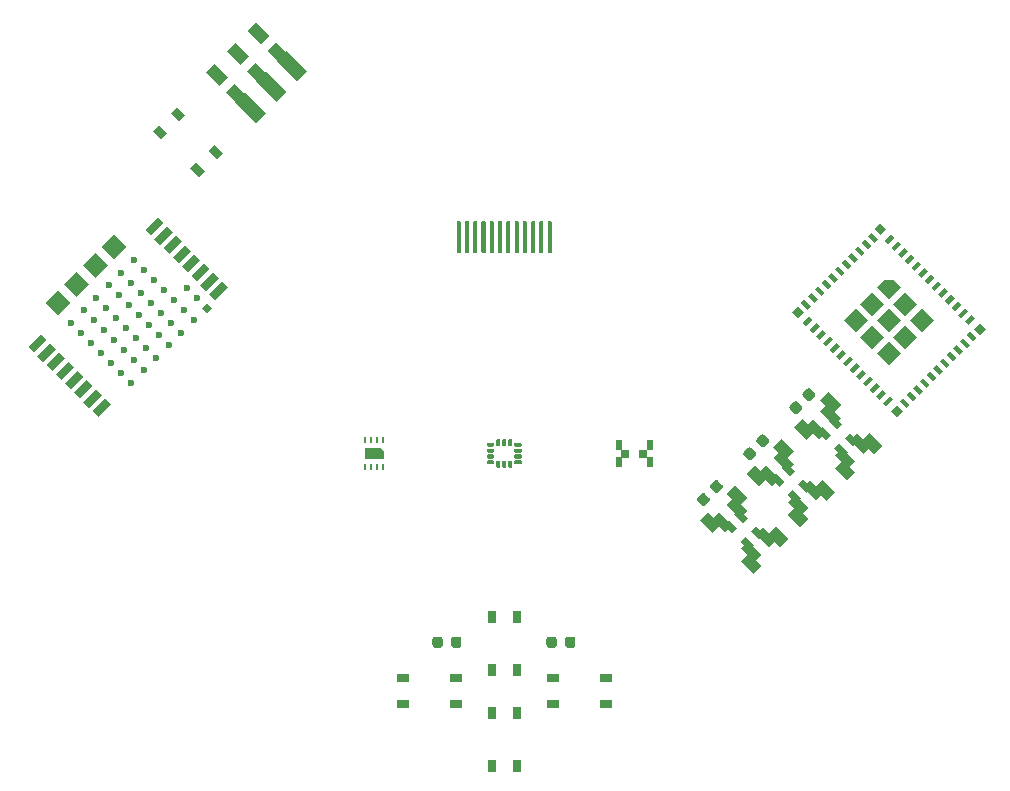
<source format=gtp>
G04 #@! TF.GenerationSoftware,KiCad,Pcbnew,7.0.8-7.0.8~ubuntu23.04.1*
G04 #@! TF.CreationDate,2023-11-14T21:47:51+00:00*
G04 #@! TF.ProjectId,demo-badge-2023,64656d6f-2d62-4616-9467-652d32303233,1*
G04 #@! TF.SameCoordinates,Original*
G04 #@! TF.FileFunction,Paste,Top*
G04 #@! TF.FilePolarity,Positive*
%FSLAX46Y46*%
G04 Gerber Fmt 4.6, Leading zero omitted, Abs format (unit mm)*
G04 Created by KiCad (PCBNEW 7.0.8-7.0.8~ubuntu23.04.1) date 2023-11-14 21:47:51*
%MOMM*%
%LPD*%
G01*
G04 APERTURE LIST*
%ADD10R,0.711200X0.990600*%
%ADD11R,0.558800X0.889000*%
%ADD12R,0.800000X0.800000*%
%ADD13R,0.990600X0.711200*%
%ADD14C,0.600000*%
%ADD15R,0.250000X0.550000*%
G04 APERTURE END LIST*
G36*
G01*
X152025429Y-100648617D02*
X152378983Y-101002171D01*
G75*
G02*
X152378983Y-101320369I-159099J-159099D01*
G01*
X152060785Y-101638567D01*
G75*
G02*
X151742587Y-101638567I-159099J159099D01*
G01*
X151389033Y-101285013D01*
G75*
G02*
X151389033Y-100966815I159099J159099D01*
G01*
X151707231Y-100648617D01*
G75*
G02*
X152025429Y-100648617I159099J-159099D01*
G01*
G37*
G36*
G01*
X150929413Y-101744633D02*
X151282967Y-102098187D01*
G75*
G02*
X151282967Y-102416385I-159099J-159099D01*
G01*
X150964769Y-102734583D01*
G75*
G02*
X150646571Y-102734583I-159099J159099D01*
G01*
X150293017Y-102381029D01*
G75*
G02*
X150293017Y-102062831I159099J159099D01*
G01*
X150611215Y-101744633D01*
G75*
G02*
X150929413Y-101744633I159099J-159099D01*
G01*
G37*
G36*
X161361949Y-84366140D02*
G01*
X160796264Y-83800455D01*
X161079107Y-83517612D01*
X161644792Y-84083297D01*
X161361949Y-84366140D01*
G37*
G36*
X160796264Y-84931825D02*
G01*
X160230579Y-84366140D01*
X160513422Y-84083297D01*
X161079107Y-84648982D01*
X160796264Y-84931825D01*
G37*
G36*
X160230578Y-85497511D02*
G01*
X159664893Y-84931826D01*
X159947736Y-84648983D01*
X160513421Y-85214668D01*
X160230578Y-85497511D01*
G37*
G36*
X159664893Y-86063196D02*
G01*
X159099208Y-85497511D01*
X159382051Y-85214668D01*
X159947736Y-85780353D01*
X159664893Y-86063196D01*
G37*
G36*
X159099207Y-86628882D02*
G01*
X158533522Y-86063197D01*
X158816365Y-85780354D01*
X159382050Y-86346039D01*
X159099207Y-86628882D01*
G37*
G36*
X158533522Y-87194567D02*
G01*
X157967837Y-86628882D01*
X158250680Y-86346039D01*
X158816365Y-86911724D01*
X158533522Y-87194567D01*
G37*
G36*
X157967837Y-87760252D02*
G01*
X157402152Y-87194567D01*
X157684995Y-86911724D01*
X158250680Y-87477409D01*
X157967837Y-87760252D01*
G37*
G36*
X157402151Y-88325938D02*
G01*
X156836466Y-87760253D01*
X157119309Y-87477410D01*
X157684994Y-88043095D01*
X157402151Y-88325938D01*
G37*
G36*
X156836466Y-88891623D02*
G01*
X156270781Y-88325938D01*
X156553624Y-88043095D01*
X157119309Y-88608780D01*
X156836466Y-88891623D01*
G37*
G36*
X156270780Y-89457309D02*
G01*
X155705095Y-88891624D01*
X155987938Y-88608781D01*
X156553623Y-89174466D01*
X156270780Y-89457309D01*
G37*
G36*
X155705095Y-90022994D02*
G01*
X155139410Y-89457309D01*
X155422253Y-89174466D01*
X155987938Y-89740151D01*
X155705095Y-90022994D01*
G37*
G36*
X155280831Y-91154365D02*
G01*
X155846516Y-90588680D01*
X156129359Y-90871523D01*
X155563674Y-91437208D01*
X155280831Y-91154365D01*
G37*
G36*
X155846517Y-91720050D02*
G01*
X156412202Y-91154365D01*
X156695045Y-91437208D01*
X156129360Y-92002893D01*
X155846517Y-91720050D01*
G37*
G36*
X156412202Y-92285736D02*
G01*
X156977887Y-91720051D01*
X157260730Y-92002894D01*
X156695045Y-92568579D01*
X156412202Y-92285736D01*
G37*
G36*
X156977887Y-92851421D02*
G01*
X157543572Y-92285736D01*
X157826415Y-92568579D01*
X157260730Y-93134264D01*
X156977887Y-92851421D01*
G37*
G36*
X157543573Y-93417106D02*
G01*
X158109258Y-92851421D01*
X158392101Y-93134264D01*
X157826416Y-93699949D01*
X157543573Y-93417106D01*
G37*
G36*
X158109258Y-93982792D02*
G01*
X158674943Y-93417107D01*
X158957786Y-93699950D01*
X158392101Y-94265635D01*
X158109258Y-93982792D01*
G37*
G36*
X158674944Y-94548477D02*
G01*
X159240629Y-93982792D01*
X159523472Y-94265635D01*
X158957787Y-94831320D01*
X158674944Y-94548477D01*
G37*
G36*
X159240629Y-95114163D02*
G01*
X159806314Y-94548478D01*
X160089157Y-94831321D01*
X159523472Y-95397006D01*
X159240629Y-95114163D01*
G37*
G36*
X159806315Y-95679848D02*
G01*
X160372000Y-95114163D01*
X160654843Y-95397006D01*
X160089158Y-95962691D01*
X159806315Y-95679848D01*
G37*
G36*
X160372000Y-96245534D02*
G01*
X160937685Y-95679849D01*
X161220528Y-95962692D01*
X160654843Y-96528377D01*
X160372000Y-96245534D01*
G37*
G36*
X160937685Y-96811219D02*
G01*
X161503370Y-96245534D01*
X161786213Y-96528377D01*
X161220528Y-97094062D01*
X160937685Y-96811219D01*
G37*
G36*
X161503371Y-97376904D02*
G01*
X162069056Y-96811219D01*
X162351899Y-97094062D01*
X161786214Y-97659747D01*
X161503371Y-97376904D01*
G37*
G36*
X162069056Y-97942590D02*
G01*
X162634741Y-97376905D01*
X162917584Y-97659748D01*
X162351899Y-98225433D01*
X162069056Y-97942590D01*
G37*
G36*
X164048955Y-98366854D02*
G01*
X163483270Y-97801169D01*
X163766113Y-97518326D01*
X164331798Y-98084011D01*
X164048955Y-98366854D01*
G37*
G36*
X164614640Y-97801169D02*
G01*
X164048955Y-97235484D01*
X164331798Y-96952641D01*
X164897483Y-97518326D01*
X164614640Y-97801169D01*
G37*
G36*
X165180326Y-97235483D02*
G01*
X164614641Y-96669798D01*
X164897484Y-96386955D01*
X165463169Y-96952640D01*
X165180326Y-97235483D01*
G37*
G36*
X165746011Y-96669798D02*
G01*
X165180326Y-96104113D01*
X165463169Y-95821270D01*
X166028854Y-96386955D01*
X165746011Y-96669798D01*
G37*
G36*
X166311697Y-96104112D02*
G01*
X165746012Y-95538427D01*
X166028855Y-95255584D01*
X166594540Y-95821269D01*
X166311697Y-96104112D01*
G37*
G36*
X166877382Y-95538427D02*
G01*
X166311697Y-94972742D01*
X166594540Y-94689899D01*
X167160225Y-95255584D01*
X166877382Y-95538427D01*
G37*
G36*
X167443067Y-94972742D02*
G01*
X166877382Y-94407057D01*
X167160225Y-94124214D01*
X167725910Y-94689899D01*
X167443067Y-94972742D01*
G37*
G36*
X168008753Y-94407056D02*
G01*
X167443068Y-93841371D01*
X167725911Y-93558528D01*
X168291596Y-94124213D01*
X168008753Y-94407056D01*
G37*
G36*
X168574438Y-93841371D02*
G01*
X168008753Y-93275686D01*
X168291596Y-92992843D01*
X168857281Y-93558528D01*
X168574438Y-93841371D01*
G37*
G36*
X169140124Y-93275685D02*
G01*
X168574439Y-92710000D01*
X168857282Y-92427157D01*
X169422967Y-92992842D01*
X169140124Y-93275685D01*
G37*
G36*
X169705809Y-92710000D02*
G01*
X169140124Y-92144315D01*
X169422967Y-91861472D01*
X169988652Y-92427157D01*
X169705809Y-92710000D01*
G37*
G36*
X161856924Y-83729744D02*
G01*
X161361949Y-83234769D01*
X161856924Y-82739794D01*
X162351899Y-83234769D01*
X161856924Y-83729744D01*
G37*
G36*
X154856567Y-90730101D02*
G01*
X154361592Y-90235126D01*
X154856567Y-89740151D01*
X155351542Y-90235126D01*
X154856567Y-90730101D01*
G37*
G36*
X162210478Y-84224718D02*
G01*
X162776163Y-83659033D01*
X163059006Y-83941876D01*
X162493321Y-84507561D01*
X162210478Y-84224718D01*
G37*
G36*
X162776163Y-84790404D02*
G01*
X163341848Y-84224719D01*
X163624691Y-84507562D01*
X163059006Y-85073247D01*
X162776163Y-84790404D01*
G37*
G36*
X163341849Y-85356089D02*
G01*
X163907534Y-84790404D01*
X164190377Y-85073247D01*
X163624692Y-85638932D01*
X163341849Y-85356089D01*
G37*
G36*
X163907534Y-85921774D02*
G01*
X164473219Y-85356089D01*
X164756062Y-85638932D01*
X164190377Y-86204617D01*
X163907534Y-85921774D01*
G37*
G36*
X162564031Y-89174466D02*
G01*
X161538726Y-88149161D01*
X162139767Y-87548120D01*
X162988295Y-87548120D01*
X163589336Y-88149161D01*
X162564031Y-89174466D01*
G37*
G36*
X161167495Y-90571002D02*
G01*
X160142190Y-89545697D01*
X161167495Y-88520392D01*
X162192800Y-89545697D01*
X161167495Y-90571002D01*
G37*
G36*
X159770959Y-91967538D02*
G01*
X158745654Y-90942233D01*
X159770959Y-89916928D01*
X160796264Y-90942233D01*
X159770959Y-91967538D01*
G37*
G36*
X164473219Y-86487460D02*
G01*
X165038904Y-85921775D01*
X165321747Y-86204618D01*
X164756062Y-86770303D01*
X164473219Y-86487460D01*
G37*
G36*
X165038905Y-87053145D02*
G01*
X165604590Y-86487460D01*
X165887433Y-86770303D01*
X165321748Y-87335988D01*
X165038905Y-87053145D01*
G37*
G36*
X165604590Y-87618831D02*
G01*
X166170275Y-87053146D01*
X166453118Y-87335989D01*
X165887433Y-87901674D01*
X165604590Y-87618831D01*
G37*
G36*
X163960567Y-90571002D02*
G01*
X162935262Y-89545697D01*
X163960567Y-88520392D01*
X164985872Y-89545697D01*
X163960567Y-90571002D01*
G37*
G36*
X162564031Y-91967538D02*
G01*
X161538726Y-90942233D01*
X162564031Y-89916928D01*
X163589336Y-90942233D01*
X162564031Y-91967538D01*
G37*
G36*
X161167495Y-93364074D02*
G01*
X160142190Y-92338769D01*
X161167495Y-91313464D01*
X162192800Y-92338769D01*
X161167495Y-93364074D01*
G37*
G36*
X166170276Y-88184516D02*
G01*
X166735961Y-87618831D01*
X167018804Y-87901674D01*
X166453119Y-88467359D01*
X166170276Y-88184516D01*
G37*
G36*
X166735961Y-88750202D02*
G01*
X167301646Y-88184517D01*
X167584489Y-88467360D01*
X167018804Y-89033045D01*
X166735961Y-88750202D01*
G37*
G36*
X165357103Y-91967538D02*
G01*
X164331798Y-90942233D01*
X165357103Y-89916928D01*
X166382408Y-90942233D01*
X165357103Y-91967538D01*
G37*
G36*
X163960567Y-93364074D02*
G01*
X162935262Y-92338769D01*
X163960567Y-91313464D01*
X164985872Y-92338769D01*
X163960567Y-93364074D01*
G37*
G36*
X162564031Y-94760610D02*
G01*
X161538726Y-93735305D01*
X162564031Y-92710000D01*
X163589336Y-93735305D01*
X162564031Y-94760610D01*
G37*
G36*
X167301647Y-89315887D02*
G01*
X167867332Y-88750202D01*
X168150175Y-89033045D01*
X167584490Y-89598730D01*
X167301647Y-89315887D01*
G37*
G36*
X167867332Y-89881572D02*
G01*
X168433017Y-89315887D01*
X168715860Y-89598730D01*
X168150175Y-90164415D01*
X167867332Y-89881572D01*
G37*
G36*
X168433017Y-90447258D02*
G01*
X168998702Y-89881573D01*
X169281545Y-90164416D01*
X168715860Y-90730101D01*
X168433017Y-90447258D01*
G37*
G36*
X168998703Y-91012943D02*
G01*
X169564388Y-90447258D01*
X169847231Y-90730101D01*
X169281546Y-91295786D01*
X168998703Y-91012943D01*
G37*
G36*
X170271495Y-92144315D02*
G01*
X169776520Y-91649340D01*
X170271495Y-91154365D01*
X170766470Y-91649340D01*
X170271495Y-92144315D01*
G37*
G36*
X163271138Y-99144672D02*
G01*
X162776163Y-98649697D01*
X163271138Y-98154722D01*
X163766113Y-98649697D01*
X163271138Y-99144672D01*
G37*
G36*
X104629367Y-78279513D02*
G01*
X104126473Y-78782407D01*
X103426013Y-78081947D01*
X103928907Y-77579053D01*
X104629367Y-78279513D01*
G37*
G36*
X101447385Y-75097531D02*
G01*
X100944491Y-75600425D01*
X100244031Y-74899965D01*
X100746925Y-74397071D01*
X101447385Y-75097531D01*
G37*
G36*
X106149645Y-76759235D02*
G01*
X105646751Y-77262129D01*
X104946291Y-76561669D01*
X105449185Y-76058775D01*
X106149645Y-76759235D01*
G37*
G36*
X102967663Y-73577253D02*
G01*
X102464769Y-74080147D01*
X101764309Y-73379687D01*
X102267203Y-72876793D01*
X102967663Y-73577253D01*
G37*
D10*
X128925001Y-128697341D03*
X128925001Y-124197339D03*
X131074999Y-128697341D03*
X131074999Y-124197339D03*
G36*
G01*
X126373700Y-117945350D02*
X126373700Y-118457850D01*
G75*
G02*
X126154950Y-118676600I-218750J0D01*
G01*
X125717450Y-118676600D01*
G75*
G02*
X125498700Y-118457850I0J218750D01*
G01*
X125498700Y-117945350D01*
G75*
G02*
X125717450Y-117726600I218750J0D01*
G01*
X126154950Y-117726600D01*
G75*
G02*
X126373700Y-117945350I0J-218750D01*
G01*
G37*
G36*
G01*
X124798700Y-117945350D02*
X124798700Y-118457850D01*
G75*
G02*
X124579950Y-118676600I-218750J0D01*
G01*
X124142450Y-118676600D01*
G75*
G02*
X123923700Y-118457850I0J218750D01*
G01*
X123923700Y-117945350D01*
G75*
G02*
X124142450Y-117726600I218750J0D01*
G01*
X124579950Y-117726600D01*
G75*
G02*
X124798700Y-117945350I0J-218750D01*
G01*
G37*
G36*
X150583860Y-105972754D02*
G01*
X149876754Y-106679860D01*
X148816094Y-105619200D01*
X149523200Y-104912094D01*
X150583860Y-105972754D01*
G37*
G36*
X148816094Y-106538439D02*
G01*
X149417135Y-105937398D01*
X150548506Y-107068769D01*
X149947465Y-107669810D01*
X148816094Y-106538439D01*
G37*
G36*
X149487846Y-107351612D02*
G01*
X149912110Y-106927348D01*
X150619216Y-107634454D01*
X150194952Y-108058718D01*
X149487846Y-107351612D01*
G37*
G36*
X148321119Y-108235495D02*
G01*
X147614013Y-108942601D01*
X146553353Y-107881941D01*
X147260459Y-107174835D01*
X148321119Y-108235495D01*
G37*
G36*
X147578657Y-107775876D02*
G01*
X148179698Y-107174835D01*
X149311069Y-108306206D01*
X148710028Y-108907247D01*
X147578657Y-107775876D01*
G37*
G36*
X148568607Y-108270851D02*
G01*
X148992871Y-107846587D01*
X149699977Y-108553693D01*
X149275713Y-108977957D01*
X148568607Y-108270851D01*
G37*
G36*
X149982820Y-109685064D02*
G01*
X150407084Y-109260800D01*
X151114190Y-109967906D01*
X150689926Y-110392170D01*
X149982820Y-109685064D01*
G37*
G36*
X150053530Y-110250749D02*
G01*
X150654571Y-109649708D01*
X151785942Y-110781079D01*
X151184901Y-111382120D01*
X150053530Y-110250749D01*
G37*
G36*
X151785942Y-111700318D02*
G01*
X151078836Y-112407424D01*
X150018176Y-111346764D01*
X150725282Y-110639658D01*
X151785942Y-111700318D01*
G37*
G36*
X150902059Y-108765825D02*
G01*
X151326323Y-108341561D01*
X152033429Y-109048667D01*
X151609165Y-109472931D01*
X150902059Y-108765825D01*
G37*
G36*
X151290967Y-109013312D02*
G01*
X151892008Y-108412271D01*
X153023379Y-109543642D01*
X152422338Y-110144683D01*
X151290967Y-109013312D01*
G37*
G36*
X154048683Y-109437577D02*
G01*
X153341577Y-110144683D01*
X152280917Y-109084023D01*
X152988023Y-108376917D01*
X154048683Y-109437577D01*
G37*
D11*
X139679401Y-101466399D03*
X139679401Y-102966401D03*
X142320599Y-102966401D03*
X142320599Y-101466399D03*
G36*
G01*
X134025000Y-82610500D02*
X134025000Y-85185500D01*
G75*
G02*
X133937500Y-85273000I-87500J0D01*
G01*
X133762500Y-85273000D01*
G75*
G02*
X133675000Y-85185500I0J87500D01*
G01*
X133675000Y-82610500D01*
G75*
G02*
X133762500Y-82523000I87500J0D01*
G01*
X133937500Y-82523000D01*
G75*
G02*
X134025000Y-82610500I0J-87500D01*
G01*
G37*
G36*
G01*
X133325000Y-82610500D02*
X133325000Y-85185500D01*
G75*
G02*
X133237500Y-85273000I-87500J0D01*
G01*
X133062500Y-85273000D01*
G75*
G02*
X132975000Y-85185500I0J87500D01*
G01*
X132975000Y-82610500D01*
G75*
G02*
X133062500Y-82523000I87500J0D01*
G01*
X133237500Y-82523000D01*
G75*
G02*
X133325000Y-82610500I0J-87500D01*
G01*
G37*
G36*
G01*
X132625000Y-82610500D02*
X132625000Y-85185500D01*
G75*
G02*
X132537500Y-85273000I-87500J0D01*
G01*
X132362500Y-85273000D01*
G75*
G02*
X132275000Y-85185500I0J87500D01*
G01*
X132275000Y-82610500D01*
G75*
G02*
X132362500Y-82523000I87500J0D01*
G01*
X132537500Y-82523000D01*
G75*
G02*
X132625000Y-82610500I0J-87500D01*
G01*
G37*
G36*
G01*
X131925000Y-82610500D02*
X131925000Y-85185500D01*
G75*
G02*
X131837500Y-85273000I-87500J0D01*
G01*
X131662500Y-85273000D01*
G75*
G02*
X131575000Y-85185500I0J87500D01*
G01*
X131575000Y-82610500D01*
G75*
G02*
X131662500Y-82523000I87500J0D01*
G01*
X131837500Y-82523000D01*
G75*
G02*
X131925000Y-82610500I0J-87500D01*
G01*
G37*
G36*
G01*
X131225000Y-82610500D02*
X131225000Y-85185500D01*
G75*
G02*
X131137500Y-85273000I-87500J0D01*
G01*
X130962500Y-85273000D01*
G75*
G02*
X130875000Y-85185500I0J87500D01*
G01*
X130875000Y-82610500D01*
G75*
G02*
X130962500Y-82523000I87500J0D01*
G01*
X131137500Y-82523000D01*
G75*
G02*
X131225000Y-82610500I0J-87500D01*
G01*
G37*
G36*
G01*
X130525000Y-82610500D02*
X130525000Y-85185500D01*
G75*
G02*
X130437500Y-85273000I-87500J0D01*
G01*
X130262500Y-85273000D01*
G75*
G02*
X130175000Y-85185500I0J87500D01*
G01*
X130175000Y-82610500D01*
G75*
G02*
X130262500Y-82523000I87500J0D01*
G01*
X130437500Y-82523000D01*
G75*
G02*
X130525000Y-82610500I0J-87500D01*
G01*
G37*
G36*
G01*
X129825000Y-82610500D02*
X129825000Y-85185500D01*
G75*
G02*
X129737500Y-85273000I-87500J0D01*
G01*
X129562500Y-85273000D01*
G75*
G02*
X129475000Y-85185500I0J87500D01*
G01*
X129475000Y-82610500D01*
G75*
G02*
X129562500Y-82523000I87500J0D01*
G01*
X129737500Y-82523000D01*
G75*
G02*
X129825000Y-82610500I0J-87500D01*
G01*
G37*
G36*
G01*
X129125000Y-82610500D02*
X129125000Y-85185500D01*
G75*
G02*
X129037500Y-85273000I-87500J0D01*
G01*
X128862500Y-85273000D01*
G75*
G02*
X128775000Y-85185500I0J87500D01*
G01*
X128775000Y-82610500D01*
G75*
G02*
X128862500Y-82523000I87500J0D01*
G01*
X129037500Y-82523000D01*
G75*
G02*
X129125000Y-82610500I0J-87500D01*
G01*
G37*
G36*
G01*
X128425000Y-82610500D02*
X128425000Y-85185500D01*
G75*
G02*
X128337500Y-85273000I-87500J0D01*
G01*
X128162500Y-85273000D01*
G75*
G02*
X128075000Y-85185500I0J87500D01*
G01*
X128075000Y-82610500D01*
G75*
G02*
X128162500Y-82523000I87500J0D01*
G01*
X128337500Y-82523000D01*
G75*
G02*
X128425000Y-82610500I0J-87500D01*
G01*
G37*
G36*
G01*
X127725000Y-82610500D02*
X127725000Y-85185500D01*
G75*
G02*
X127637500Y-85273000I-87500J0D01*
G01*
X127462500Y-85273000D01*
G75*
G02*
X127375000Y-85185500I0J87500D01*
G01*
X127375000Y-82610500D01*
G75*
G02*
X127462500Y-82523000I87500J0D01*
G01*
X127637500Y-82523000D01*
G75*
G02*
X127725000Y-82610500I0J-87500D01*
G01*
G37*
G36*
G01*
X127025000Y-82610500D02*
X127025000Y-85185500D01*
G75*
G02*
X126937500Y-85273000I-87500J0D01*
G01*
X126762500Y-85273000D01*
G75*
G02*
X126675000Y-85185500I0J87500D01*
G01*
X126675000Y-82610500D01*
G75*
G02*
X126762500Y-82523000I87500J0D01*
G01*
X126937500Y-82523000D01*
G75*
G02*
X127025000Y-82610500I0J-87500D01*
G01*
G37*
G36*
G01*
X126325000Y-82610500D02*
X126325000Y-85185500D01*
G75*
G02*
X126237500Y-85273000I-87500J0D01*
G01*
X126062500Y-85273000D01*
G75*
G02*
X125975000Y-85185500I0J87500D01*
G01*
X125975000Y-82610500D01*
G75*
G02*
X126062500Y-82523000I87500J0D01*
G01*
X126237500Y-82523000D01*
G75*
G02*
X126325000Y-82610500I0J-87500D01*
G01*
G37*
G36*
X154563136Y-102024264D02*
G01*
X153856030Y-102731370D01*
X152795370Y-101670710D01*
X153502476Y-100963604D01*
X154563136Y-102024264D01*
G37*
G36*
X152795370Y-102589949D02*
G01*
X153396411Y-101988908D01*
X154527782Y-103120279D01*
X153926741Y-103721320D01*
X152795370Y-102589949D01*
G37*
G36*
X153467122Y-103403122D02*
G01*
X153891386Y-102978858D01*
X154598492Y-103685964D01*
X154174228Y-104110228D01*
X153467122Y-103403122D01*
G37*
G36*
X152300395Y-104287005D02*
G01*
X151593289Y-104994111D01*
X150532629Y-103933451D01*
X151239735Y-103226345D01*
X152300395Y-104287005D01*
G37*
G36*
X151557933Y-103827386D02*
G01*
X152158974Y-103226345D01*
X153290345Y-104357716D01*
X152689304Y-104958757D01*
X151557933Y-103827386D01*
G37*
G36*
X152547883Y-104322361D02*
G01*
X152972147Y-103898097D01*
X153679253Y-104605203D01*
X153254989Y-105029467D01*
X152547883Y-104322361D01*
G37*
G36*
X153962096Y-105736574D02*
G01*
X154386360Y-105312310D01*
X155093466Y-106019416D01*
X154669202Y-106443680D01*
X153962096Y-105736574D01*
G37*
G36*
X154032806Y-106302259D02*
G01*
X154633847Y-105701218D01*
X155765218Y-106832589D01*
X155164177Y-107433630D01*
X154032806Y-106302259D01*
G37*
G36*
X155765218Y-107751828D02*
G01*
X155058112Y-108458934D01*
X153997452Y-107398274D01*
X154704558Y-106691168D01*
X155765218Y-107751828D01*
G37*
G36*
X154881335Y-104817335D02*
G01*
X155305599Y-104393071D01*
X156012705Y-105100177D01*
X155588441Y-105524441D01*
X154881335Y-104817335D01*
G37*
G36*
X155270243Y-105064822D02*
G01*
X155871284Y-104463781D01*
X157002655Y-105595152D01*
X156401614Y-106196193D01*
X155270243Y-105064822D01*
G37*
G36*
X158027959Y-105489087D02*
G01*
X157320853Y-106196193D01*
X156260193Y-105135533D01*
X156967299Y-104428427D01*
X158027959Y-105489087D01*
G37*
D12*
X141750000Y-102216400D03*
X140250000Y-102216400D03*
G36*
G01*
X148113829Y-104509417D02*
X148467383Y-104862971D01*
G75*
G02*
X148467383Y-105181169I-159099J-159099D01*
G01*
X148149185Y-105499367D01*
G75*
G02*
X147830987Y-105499367I-159099J159099D01*
G01*
X147477433Y-105145813D01*
G75*
G02*
X147477433Y-104827615I159099J159099D01*
G01*
X147795631Y-104509417D01*
G75*
G02*
X148113829Y-104509417I159099J-159099D01*
G01*
G37*
G36*
G01*
X147017813Y-105605433D02*
X147371367Y-105958987D01*
G75*
G02*
X147371367Y-106277185I-159099J-159099D01*
G01*
X147053169Y-106595383D01*
G75*
G02*
X146734971Y-106595383I-159099J159099D01*
G01*
X146381417Y-106241829D01*
G75*
G02*
X146381417Y-105923631I159099J159099D01*
G01*
X146699615Y-105605433D01*
G75*
G02*
X147017813Y-105605433I159099J-159099D01*
G01*
G37*
G36*
X158536201Y-98071213D02*
G01*
X157829095Y-98778319D01*
X156768435Y-97717659D01*
X157475541Y-97010553D01*
X158536201Y-98071213D01*
G37*
G36*
X156768435Y-98636898D02*
G01*
X157369476Y-98035857D01*
X158500847Y-99167228D01*
X157899806Y-99768269D01*
X156768435Y-98636898D01*
G37*
G36*
X157440187Y-99450071D02*
G01*
X157864451Y-99025807D01*
X158571557Y-99732913D01*
X158147293Y-100157177D01*
X157440187Y-99450071D01*
G37*
G36*
X156273460Y-100333954D02*
G01*
X155566354Y-101041060D01*
X154505694Y-99980400D01*
X155212800Y-99273294D01*
X156273460Y-100333954D01*
G37*
G36*
X155530998Y-99874335D02*
G01*
X156132039Y-99273294D01*
X157263410Y-100404665D01*
X156662369Y-101005706D01*
X155530998Y-99874335D01*
G37*
G36*
X156520948Y-100369310D02*
G01*
X156945212Y-99945046D01*
X157652318Y-100652152D01*
X157228054Y-101076416D01*
X156520948Y-100369310D01*
G37*
G36*
X157935161Y-101783523D02*
G01*
X158359425Y-101359259D01*
X159066531Y-102066365D01*
X158642267Y-102490629D01*
X157935161Y-101783523D01*
G37*
G36*
X158005871Y-102349208D02*
G01*
X158606912Y-101748167D01*
X159738283Y-102879538D01*
X159137242Y-103480579D01*
X158005871Y-102349208D01*
G37*
G36*
X159738283Y-103798777D02*
G01*
X159031177Y-104505883D01*
X157970517Y-103445223D01*
X158677623Y-102738117D01*
X159738283Y-103798777D01*
G37*
G36*
X158854400Y-100864284D02*
G01*
X159278664Y-100440020D01*
X159985770Y-101147126D01*
X159561506Y-101571390D01*
X158854400Y-100864284D01*
G37*
G36*
X159243308Y-101111771D02*
G01*
X159844349Y-100510730D01*
X160975720Y-101642101D01*
X160374679Y-102243142D01*
X159243308Y-101111771D01*
G37*
G36*
X162001024Y-101536036D02*
G01*
X161293918Y-102243142D01*
X160233258Y-101182482D01*
X160940364Y-100475376D01*
X162001024Y-101536036D01*
G37*
G36*
G01*
X133575700Y-118457850D02*
X133575700Y-117945350D01*
G75*
G02*
X133794450Y-117726600I218750J0D01*
G01*
X134231950Y-117726600D01*
G75*
G02*
X134450700Y-117945350I0J-218750D01*
G01*
X134450700Y-118457850D01*
G75*
G02*
X134231950Y-118676600I-218750J0D01*
G01*
X133794450Y-118676600D01*
G75*
G02*
X133575700Y-118457850I0J218750D01*
G01*
G37*
G36*
G01*
X135150700Y-118457850D02*
X135150700Y-117945350D01*
G75*
G02*
X135369450Y-117726600I218750J0D01*
G01*
X135806950Y-117726600D01*
G75*
G02*
X136025700Y-117945350I0J-218750D01*
G01*
X136025700Y-118457850D01*
G75*
G02*
X135806950Y-118676600I-218750J0D01*
G01*
X135369450Y-118676600D01*
G75*
G02*
X135150700Y-118457850I0J218750D01*
G01*
G37*
D13*
X121399999Y-121249342D03*
X125900001Y-121249342D03*
X121399999Y-123399340D03*
X125900001Y-123399340D03*
D10*
X128925001Y-120533342D03*
X128925001Y-116033340D03*
X131074999Y-120533342D03*
X131074999Y-116033340D03*
G36*
X90761322Y-92098662D02*
G01*
X91256296Y-92593636D01*
X90195636Y-93654296D01*
X89700662Y-93159322D01*
X90761322Y-92098662D01*
G37*
G36*
X90973326Y-94431986D02*
G01*
X90478352Y-93937012D01*
X91539012Y-92876352D01*
X92033986Y-93371326D01*
X90973326Y-94431986D01*
G37*
G36*
X91751016Y-95209676D02*
G01*
X91256042Y-94714702D01*
X92316702Y-93654042D01*
X92811676Y-94149016D01*
X91751016Y-95209676D01*
G37*
G36*
X92528706Y-95987366D02*
G01*
X92033732Y-95492392D01*
X93094392Y-94431732D01*
X93589366Y-94926706D01*
X92528706Y-95987366D01*
G37*
G36*
X93305887Y-96764547D02*
G01*
X92810913Y-96269573D01*
X93871573Y-95208913D01*
X94366547Y-95703887D01*
X93305887Y-96764547D01*
G37*
G36*
X94084086Y-97542746D02*
G01*
X93589112Y-97047772D01*
X94649772Y-95987112D01*
X95144746Y-96482086D01*
X94084086Y-97542746D01*
G37*
G36*
X94861777Y-98320437D02*
G01*
X94366803Y-97825463D01*
X95427463Y-96764803D01*
X95922437Y-97259777D01*
X94861777Y-98320437D01*
G37*
G36*
X95639467Y-99098127D02*
G01*
X95144493Y-98603153D01*
X96205153Y-97542493D01*
X96700127Y-98037467D01*
X95639467Y-99098127D01*
G37*
G36*
X105538962Y-89198632D02*
G01*
X105043988Y-88703658D01*
X106104648Y-87642998D01*
X106599622Y-88137972D01*
X105538962Y-89198632D01*
G37*
G36*
X104761272Y-88420942D02*
G01*
X104266298Y-87925968D01*
X105326958Y-86865308D01*
X105821932Y-87360282D01*
X104761272Y-88420942D01*
G37*
G36*
X103983581Y-87643252D02*
G01*
X103488607Y-87148278D01*
X104549267Y-86087618D01*
X105044241Y-86582592D01*
X103983581Y-87643252D01*
G37*
G36*
X103205382Y-86865052D02*
G01*
X102710408Y-86370078D01*
X103771068Y-85309418D01*
X104266042Y-85804392D01*
X103205382Y-86865052D01*
G37*
G36*
X102428201Y-86087871D02*
G01*
X101933227Y-85592897D01*
X102993887Y-84532237D01*
X103488861Y-85027211D01*
X102428201Y-86087871D01*
G37*
G36*
X101650511Y-85310181D02*
G01*
X101155537Y-84815207D01*
X102216197Y-83754547D01*
X102711171Y-84249521D01*
X101650511Y-85310181D01*
G37*
G36*
X100872821Y-84532491D02*
G01*
X100377847Y-84037517D01*
X101438507Y-82976857D01*
X101933481Y-83471831D01*
X100872821Y-84532491D01*
G37*
G36*
X100095130Y-83754801D02*
G01*
X99600156Y-83259827D01*
X100660816Y-82199167D01*
X101155790Y-82694141D01*
X100095130Y-83754801D01*
G37*
D14*
X94401903Y-90082389D03*
X95250431Y-90930917D03*
X96098959Y-91779445D03*
X96947487Y-92627973D03*
X97796016Y-93476501D03*
X98644544Y-94325029D03*
X99493072Y-95173557D03*
X95462563Y-89021728D03*
X96311091Y-89870257D03*
X97159619Y-90718785D03*
X98008148Y-91567313D03*
X98856676Y-92415841D03*
X99705204Y-93264369D03*
X100553732Y-94112897D03*
X96523223Y-87961068D03*
X97371751Y-88809596D03*
X98220280Y-89658124D03*
X99068808Y-90506653D03*
X99917336Y-91355181D03*
X100765864Y-92203709D03*
X101614392Y-93052237D03*
X97583883Y-86900408D03*
X98432412Y-87748936D03*
X99280940Y-88597464D03*
X100129468Y-89445992D03*
X100977996Y-90294521D03*
X101826524Y-91143049D03*
X102675052Y-91991577D03*
X98644544Y-85839748D03*
X99493072Y-86688276D03*
X100341600Y-87536804D03*
X101190128Y-88385332D03*
X102038656Y-89233860D03*
X102887184Y-90082389D03*
X103735712Y-90930917D03*
G36*
X92192194Y-90524330D02*
G01*
X91131534Y-89463670D01*
X92192194Y-88403010D01*
X93252854Y-89463670D01*
X92192194Y-90524330D01*
G37*
G36*
X93783185Y-88933340D02*
G01*
X92722525Y-87872680D01*
X93783185Y-86812020D01*
X94843845Y-87872680D01*
X93783185Y-88933340D01*
G37*
G36*
X95374175Y-87342350D02*
G01*
X94313515Y-86281690D01*
X95374175Y-85221030D01*
X96434835Y-86281690D01*
X95374175Y-87342350D01*
G37*
G36*
X96965165Y-85751359D02*
G01*
X95904505Y-84690699D01*
X96965165Y-83630039D01*
X98025825Y-84690699D01*
X96965165Y-85751359D01*
G37*
X103099316Y-88173200D03*
X103947845Y-89021728D03*
G36*
X104796373Y-90294521D02*
G01*
X104372109Y-89870257D01*
X104796373Y-89445993D01*
X105220637Y-89870257D01*
X104796373Y-90294521D01*
G37*
X93341243Y-91143049D03*
X94189771Y-91991577D03*
X95038299Y-92840105D03*
X95886827Y-93688633D03*
X96735355Y-94537161D03*
X97583883Y-95385689D03*
X98432412Y-96234218D03*
G36*
X110005456Y-68099029D02*
G01*
X110712563Y-67391922D01*
X111843934Y-68523293D01*
X111136827Y-69230400D01*
X110005456Y-68099029D01*
G37*
G36*
X108237689Y-69866796D02*
G01*
X108944796Y-69159689D01*
X110076167Y-70291060D01*
X109369060Y-70998167D01*
X108237689Y-69866796D01*
G37*
G36*
X106469922Y-71634563D02*
G01*
X107177029Y-70927456D01*
X108308400Y-72058827D01*
X107601293Y-72765934D01*
X106469922Y-71634563D01*
G37*
G36*
X108308400Y-66401973D02*
G01*
X109015507Y-65694866D01*
X110146878Y-66826237D01*
X109439771Y-67533344D01*
X108308400Y-66401973D01*
G37*
G36*
X106540633Y-68169740D02*
G01*
X107247740Y-67462633D01*
X108379111Y-68594004D01*
X107672004Y-69301111D01*
X106540633Y-68169740D01*
G37*
G36*
X104772866Y-69937507D02*
G01*
X105479973Y-69230400D01*
X106611344Y-70361771D01*
X105904237Y-71068878D01*
X104772866Y-69937507D01*
G37*
G36*
X111562115Y-68095118D02*
G01*
X113329882Y-69862885D01*
X112481353Y-70711414D01*
X110713586Y-68943647D01*
X111562115Y-68095118D01*
G37*
G36*
X109794348Y-69862885D02*
G01*
X111562115Y-71630652D01*
X110713586Y-72479181D01*
X108945819Y-70711414D01*
X109794348Y-69862885D01*
G37*
G36*
X108026581Y-71630652D02*
G01*
X109794348Y-73398419D01*
X108945819Y-74246948D01*
X107178052Y-72479181D01*
X108026581Y-71630652D01*
G37*
G36*
G01*
X155937029Y-96737017D02*
X156290583Y-97090571D01*
G75*
G02*
X156290583Y-97408769I-159099J-159099D01*
G01*
X155972385Y-97726967D01*
G75*
G02*
X155654187Y-97726967I-159099J159099D01*
G01*
X155300633Y-97373413D01*
G75*
G02*
X155300633Y-97055215I159099J159099D01*
G01*
X155618831Y-96737017D01*
G75*
G02*
X155937029Y-96737017I159099J-159099D01*
G01*
G37*
G36*
G01*
X154841013Y-97833033D02*
X155194567Y-98186587D01*
G75*
G02*
X155194567Y-98504785I-159099J-159099D01*
G01*
X154876369Y-98822983D01*
G75*
G02*
X154558171Y-98822983I-159099J159099D01*
G01*
X154204617Y-98469429D01*
G75*
G02*
X154204617Y-98151231I159099J159099D01*
G01*
X154522815Y-97833033D01*
G75*
G02*
X154841013Y-97833033I159099J-159099D01*
G01*
G37*
D13*
X134099999Y-121249342D03*
X138600001Y-121249342D03*
X134099999Y-123399340D03*
X138600001Y-123399340D03*
G36*
X118200000Y-102666400D02*
G01*
X118200000Y-101766400D01*
X119530000Y-101766400D01*
X119800000Y-102036400D01*
X119800000Y-102666400D01*
X118200000Y-102666400D01*
G37*
D15*
X119750000Y-101041400D03*
X119250000Y-101041400D03*
X118750000Y-101041400D03*
X118250000Y-101041400D03*
X118250000Y-103391400D03*
X118750000Y-103391400D03*
X119250000Y-103391400D03*
X119750000Y-103391400D03*
G36*
G01*
X128525000Y-101553900D02*
X128525000Y-101378900D01*
G75*
G02*
X128612500Y-101291400I87500J0D01*
G01*
X129062500Y-101291400D01*
G75*
G02*
X129150000Y-101378900I0J-87500D01*
G01*
X129150000Y-101553900D01*
G75*
G02*
X129062500Y-101641400I-87500J0D01*
G01*
X128612500Y-101641400D01*
G75*
G02*
X128525000Y-101553900I0J87500D01*
G01*
G37*
G36*
G01*
X128525000Y-102053900D02*
X128525000Y-101878900D01*
G75*
G02*
X128612500Y-101791400I87500J0D01*
G01*
X129062500Y-101791400D01*
G75*
G02*
X129150000Y-101878900I0J-87500D01*
G01*
X129150000Y-102053900D01*
G75*
G02*
X129062500Y-102141400I-87500J0D01*
G01*
X128612500Y-102141400D01*
G75*
G02*
X128525000Y-102053900I0J87500D01*
G01*
G37*
G36*
G01*
X128525000Y-102553900D02*
X128525000Y-102378900D01*
G75*
G02*
X128612500Y-102291400I87500J0D01*
G01*
X129062500Y-102291400D01*
G75*
G02*
X129150000Y-102378900I0J-87500D01*
G01*
X129150000Y-102553900D01*
G75*
G02*
X129062500Y-102641400I-87500J0D01*
G01*
X128612500Y-102641400D01*
G75*
G02*
X128525000Y-102553900I0J87500D01*
G01*
G37*
G36*
G01*
X128525000Y-103053900D02*
X128525000Y-102878900D01*
G75*
G02*
X128612500Y-102791400I87500J0D01*
G01*
X129062500Y-102791400D01*
G75*
G02*
X129150000Y-102878900I0J-87500D01*
G01*
X129150000Y-103053900D01*
G75*
G02*
X129062500Y-103141400I-87500J0D01*
G01*
X128612500Y-103141400D01*
G75*
G02*
X128525000Y-103053900I0J87500D01*
G01*
G37*
G36*
G01*
X129325000Y-103353900D02*
X129325000Y-102903900D01*
G75*
G02*
X129412500Y-102816400I87500J0D01*
G01*
X129587500Y-102816400D01*
G75*
G02*
X129675000Y-102903900I0J-87500D01*
G01*
X129675000Y-103353900D01*
G75*
G02*
X129587500Y-103441400I-87500J0D01*
G01*
X129412500Y-103441400D01*
G75*
G02*
X129325000Y-103353900I0J87500D01*
G01*
G37*
G36*
G01*
X129825000Y-103353900D02*
X129825000Y-102903900D01*
G75*
G02*
X129912500Y-102816400I87500J0D01*
G01*
X130087500Y-102816400D01*
G75*
G02*
X130175000Y-102903900I0J-87500D01*
G01*
X130175000Y-103353900D01*
G75*
G02*
X130087500Y-103441400I-87500J0D01*
G01*
X129912500Y-103441400D01*
G75*
G02*
X129825000Y-103353900I0J87500D01*
G01*
G37*
G36*
G01*
X130325000Y-103353900D02*
X130325000Y-102903900D01*
G75*
G02*
X130412500Y-102816400I87500J0D01*
G01*
X130587500Y-102816400D01*
G75*
G02*
X130675000Y-102903900I0J-87500D01*
G01*
X130675000Y-103353900D01*
G75*
G02*
X130587500Y-103441400I-87500J0D01*
G01*
X130412500Y-103441400D01*
G75*
G02*
X130325000Y-103353900I0J87500D01*
G01*
G37*
G36*
G01*
X130850000Y-103053900D02*
X130850000Y-102878900D01*
G75*
G02*
X130937500Y-102791400I87500J0D01*
G01*
X131387500Y-102791400D01*
G75*
G02*
X131475000Y-102878900I0J-87500D01*
G01*
X131475000Y-103053900D01*
G75*
G02*
X131387500Y-103141400I-87500J0D01*
G01*
X130937500Y-103141400D01*
G75*
G02*
X130850000Y-103053900I0J87500D01*
G01*
G37*
G36*
G01*
X130850000Y-102553900D02*
X130850000Y-102378900D01*
G75*
G02*
X130937500Y-102291400I87500J0D01*
G01*
X131387500Y-102291400D01*
G75*
G02*
X131475000Y-102378900I0J-87500D01*
G01*
X131475000Y-102553900D01*
G75*
G02*
X131387500Y-102641400I-87500J0D01*
G01*
X130937500Y-102641400D01*
G75*
G02*
X130850000Y-102553900I0J87500D01*
G01*
G37*
G36*
G01*
X130850000Y-102053900D02*
X130850000Y-101878900D01*
G75*
G02*
X130937500Y-101791400I87500J0D01*
G01*
X131387500Y-101791400D01*
G75*
G02*
X131475000Y-101878900I0J-87500D01*
G01*
X131475000Y-102053900D01*
G75*
G02*
X131387500Y-102141400I-87500J0D01*
G01*
X130937500Y-102141400D01*
G75*
G02*
X130850000Y-102053900I0J87500D01*
G01*
G37*
G36*
G01*
X130850000Y-101553900D02*
X130850000Y-101378900D01*
G75*
G02*
X130937500Y-101291400I87500J0D01*
G01*
X131387500Y-101291400D01*
G75*
G02*
X131475000Y-101378900I0J-87500D01*
G01*
X131475000Y-101553900D01*
G75*
G02*
X131387500Y-101641400I-87500J0D01*
G01*
X130937500Y-101641400D01*
G75*
G02*
X130850000Y-101553900I0J87500D01*
G01*
G37*
G36*
G01*
X130325000Y-101528900D02*
X130325000Y-101078900D01*
G75*
G02*
X130412500Y-100991400I87500J0D01*
G01*
X130587500Y-100991400D01*
G75*
G02*
X130675000Y-101078900I0J-87500D01*
G01*
X130675000Y-101528900D01*
G75*
G02*
X130587500Y-101616400I-87500J0D01*
G01*
X130412500Y-101616400D01*
G75*
G02*
X130325000Y-101528900I0J87500D01*
G01*
G37*
G36*
G01*
X129825000Y-101528900D02*
X129825000Y-101078900D01*
G75*
G02*
X129912500Y-100991400I87500J0D01*
G01*
X130087500Y-100991400D01*
G75*
G02*
X130175000Y-101078900I0J-87500D01*
G01*
X130175000Y-101528900D01*
G75*
G02*
X130087500Y-101616400I-87500J0D01*
G01*
X129912500Y-101616400D01*
G75*
G02*
X129825000Y-101528900I0J87500D01*
G01*
G37*
G36*
G01*
X129325000Y-101528900D02*
X129325000Y-101078900D01*
G75*
G02*
X129412500Y-100991400I87500J0D01*
G01*
X129587500Y-100991400D01*
G75*
G02*
X129675000Y-101078900I0J-87500D01*
G01*
X129675000Y-101528900D01*
G75*
G02*
X129587500Y-101616400I-87500J0D01*
G01*
X129412500Y-101616400D01*
G75*
G02*
X129325000Y-101528900I0J87500D01*
G01*
G37*
M02*

</source>
